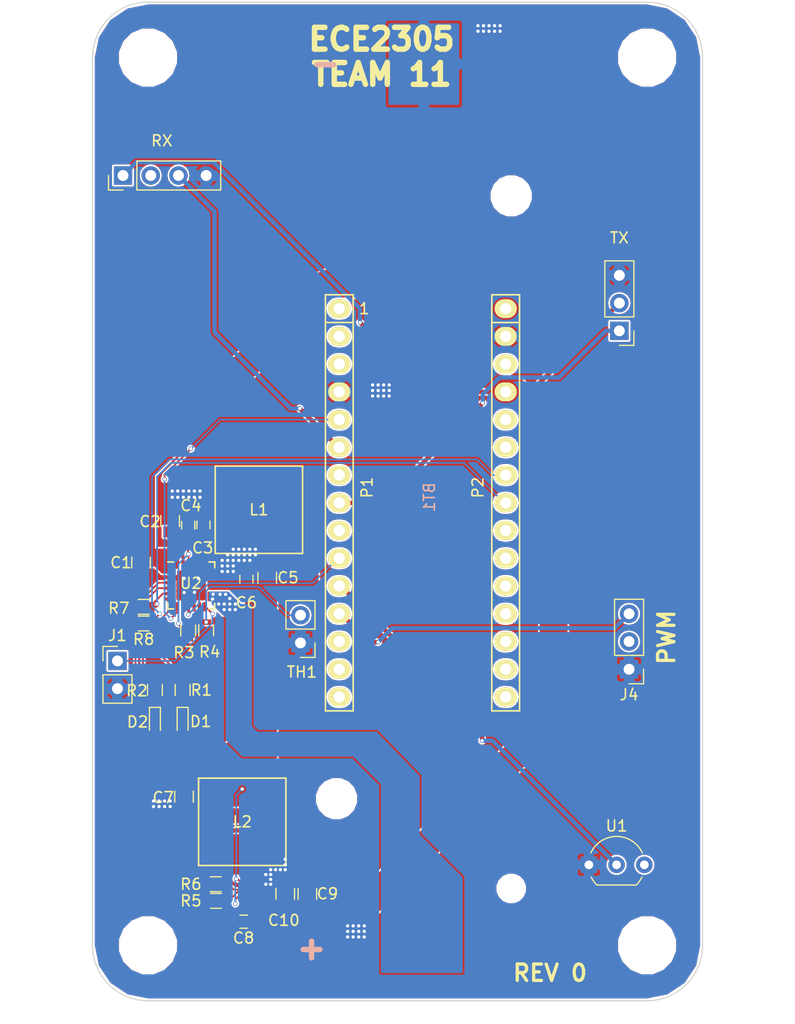
<source format=kicad_pcb>
(kicad_pcb (version 4) (host pcbnew 4.0.6)
  (title_block (date "jeu. 02 avril 2015"))
  (layers (0 F.Cu signal) (31 B.Cu signal) (34 B.Paste user) (35 F.Paste user) (36 B.SilkS user) (37 F.SilkS user) (38 B.Mask user) (39 F.Mask user) (44 Edge.Cuts user))
  (net 0 "")
  (net 1 "/1(Tx)")
  (net 2 "/0(Rx)")
  (net 3 /Reset)
  (net 4 GND)
  (net 5 /2)
  (net 6 "/3(**)")
  (net 7 /4)
  (net 8 "/5(**)")
  (net 9 "/6(**)")
  (net 10 /7)
  (net 11 /8)
  (net 12 "/9(**)")
  (net 13 "/10(**/SS)")
  (net 14 /Vin)
  (net 15 +5V)
  (net 16 /A7)
  (net 17 /A6)
  (net 18 /A5)
  (net 19 /A4)
  (net 20 /A3)
  (net 21 /A2)
  (net 22 /A1)
  (net 23 /A0)
  (net 24 /AREF)
  (net 25 "/13(SCK)")
  (net 26 +3V3)
  (net 27 "/11(**/MOSI)")
  (net 28 "/12(MISO)")
  (net 29 /Charge/BAT)
  (net 30 "Net-(C2-Pad2)")
  (net 31 "Net-(C3-Pad2)")
  (net 32 "Net-(C3-Pad1)")
  (net 33 "Net-(C4-Pad2)")
  (net 34 /Charge/SYS)
  (net 35 "Net-(C8-Pad2)")
  (net 36 "Net-(C8-Pad1)")
  (net 37 "Net-(D1-Pad1)")
  (net 38 "Net-(D2-Pad1)")
  (net 39 /Wake)
  (net 40 "Net-(R1-Pad1)")
  (net 41 "Net-(R2-Pad1)")
  (net 42 "Net-(R3-Pad1)")
  (net 43 "Net-(R5-Pad2)")
  (net 44 "Net-(J4-Pad2)")
  (module Wire_Pads:SolderWirePad_single_SMD_5x10mm (layer F.Cu) (at 121.92 48.26)
    (fp_text reference REF** hide)
    (fp_text value SolderWirePad_single_SMD_5x10mm)
    (pad "" np_thru_hole circle (at 0 0) (size 5 5) (drill 5) (layers *.Cu *.SilkS))
  )
  (module Wire_Pads:SolderWirePad_single_SMD_5x10mm (layer F.Cu) (at 167.64 48.26)
    (fp_text reference REF** hide)
    (fp_text value SolderWirePad_single_SMD_5x10mm)
    (pad "" np_thru_hole circle (at 0 0) (size 5 5) (drill 5) (layers *.Cu *.SilkS))
  )
  (module Wire_Pads:SolderWirePad_single_SMD_5x10mm (layer F.Cu) (at 167.64 129.54)
    (fp_text reference REF** hide)
    (fp_text value SolderWirePad_single_SMD_5x10mm)
    (pad "" np_thru_hole circle (at 0 0) (size 5 5) (drill 5) (layers *.Cu *.Mask))
  )
  (module 18650_SMD:18650_SMD (layer B.Cu) (at 147.193 88.519 270)
    (fp_text reference BT1 (at 0 -0.5 270) (layer B.SilkS) (effects (justify mirror)))
    (fp_text value 18650)
    (pad 2 smd rect (at -39.67 0 270) (size 7.46 6.47) (layers B.Cu B.Paste B.Mask) (net 4 GND))
    (pad 1 smd rect (at 39.67 0 270) (size 7.46 6.47) (layers B.Cu B.Paste B.Mask) (net 29 /Charge/BAT))
    (pad "" np_thru_hole circle (at 35.82 -8 270) (size 2.39 2.39) (drill 2.39) (layers *.Cu *.Mask))
    (pad "" np_thru_hole circle (at -27.6 -8 270) (size 3.45 3.45) (drill 3.45) (layers *.Cu *.Mask))
    (pad "" np_thru_hole circle (at 27.6 8 270) (size 3.45 3.45) (drill 3.45) (layers *.Cu *.Mask))
  )
  (module Socket_Arduino_Nano:Socket_Strip_Arduino_1x15 (layer F.Cu) (at 139.446 71.247 270)
    (fp_text reference P1 (at 16.383 -2.54 270) (layer F.SilkS))
    (fp_text value Digital)
    (pad 1 thru_hole oval (at 0 0 270) (size 1.7272 2.032) (drill 1.016) (layers *.Cu *.Mask F.SilkS) (net 1 "/1(Tx)"))
    (pad 2 thru_hole oval (at 2.54 0 270) (size 1.7272 2.032) (drill 1.016) (layers *.Cu *.Mask F.SilkS) (net 2 "/0(Rx)"))
    (pad 3 thru_hole oval (at 5.08 0 270) (size 1.7272 2.032) (drill 1.016) (layers *.Cu *.Mask F.SilkS) (net 3 /Reset))
    (pad 4 thru_hole oval (at 7.62 0 270) (size 1.7272 2.032) (drill 1.016) (layers *.Cu *.Mask F.SilkS) (net 4 GND))
    (pad 5 thru_hole oval (at 10.16 0 270) (size 1.7272 2.032) (drill 1.016) (layers *.Cu *.Mask F.SilkS) (net 5 /2))
    (pad 6 thru_hole oval (at 12.7 0 270) (size 1.7272 2.032) (drill 1.016) (layers *.Cu *.Mask F.SilkS) (net 6 "/3(**)"))
    (pad 7 thru_hole oval (at 15.24 0 270) (size 1.7272 2.032) (drill 1.016) (layers *.Cu *.Mask F.SilkS) (net 7 /4))
    (pad 8 thru_hole oval (at 17.78 0 270) (size 1.7272 2.032) (drill 1.016) (layers *.Cu *.Mask F.SilkS) (net 8 "/5(**)"))
    (pad 9 thru_hole oval (at 20.32 0 270) (size 1.7272 2.032) (drill 1.016) (layers *.Cu *.Mask F.SilkS) (net 9 "/6(**)"))
    (pad 10 thru_hole oval (at 22.86 0 270) (size 1.7272 2.032) (drill 1.016) (layers *.Cu *.Mask F.SilkS) (net 10 /7))
    (pad 11 thru_hole oval (at 25.4 0 270) (size 1.7272 2.032) (drill 1.016) (layers *.Cu *.Mask F.SilkS) (net 11 /8))
    (pad 12 thru_hole oval (at 27.94 0 270) (size 1.7272 2.032) (drill 1.016) (layers *.Cu *.Mask F.SilkS) (net 12 "/9(**)"))
    (pad 13 thru_hole oval (at 30.48 0 270) (size 1.7272 2.032) (drill 1.016) (layers *.Cu *.Mask F.SilkS) (net 13 "/10(**/SS)"))
    (pad 14 thru_hole oval (at 33.02 0 270) (size 1.7272 2.032) (drill 1.016) (layers *.Cu *.Mask F.SilkS) (net 27 "/11(**/MOSI)"))
    (pad 15 thru_hole oval (at 35.56 0 270) (size 1.7272 2.032) (drill 1.016) (layers *.Cu *.Mask F.SilkS) (net 28 "/12(MISO)"))
  )
  (module Socket_Arduino_Nano:Socket_Strip_Arduino_1x15 (layer F.Cu) (at 154.686 71.247 270)
    (fp_text reference P2 (at 16.383 2.54 270) (layer F.SilkS))
    (fp_text value Analog)
    (pad 1 thru_hole oval (at 0 0 270) (size 1.7272 2.032) (drill 1.016) (layers *.Cu *.Mask F.SilkS) (net 14 /Vin))
    (pad 2 thru_hole oval (at 2.54 0 270) (size 1.7272 2.032) (drill 1.016) (layers *.Cu *.Mask F.SilkS) (net 4 GND))
    (pad 3 thru_hole oval (at 5.08 0 270) (size 1.7272 2.032) (drill 1.016) (layers *.Cu *.Mask F.SilkS) (net 3 /Reset))
    (pad 4 thru_hole oval (at 7.62 0 270) (size 1.7272 2.032) (drill 1.016) (layers *.Cu *.Mask F.SilkS) (net 15 +5V))
    (pad 5 thru_hole oval (at 10.16 0 270) (size 1.7272 2.032) (drill 1.016) (layers *.Cu *.Mask F.SilkS) (net 16 /A7))
    (pad 6 thru_hole oval (at 12.7 0 270) (size 1.7272 2.032) (drill 1.016) (layers *.Cu *.Mask F.SilkS) (net 17 /A6))
    (pad 7 thru_hole oval (at 15.24 0 270) (size 1.7272 2.032) (drill 1.016) (layers *.Cu *.Mask F.SilkS) (net 18 /A5))
    (pad 8 thru_hole oval (at 17.78 0 270) (size 1.7272 2.032) (drill 1.016) (layers *.Cu *.Mask F.SilkS) (net 19 /A4))
    (pad 9 thru_hole oval (at 20.32 0 270) (size 1.7272 2.032) (drill 1.016) (layers *.Cu *.Mask F.SilkS) (net 20 /A3))
    (pad 10 thru_hole oval (at 22.86 0 270) (size 1.7272 2.032) (drill 1.016) (layers *.Cu *.Mask F.SilkS) (net 21 /A2))
    (pad 11 thru_hole oval (at 25.4 0 270) (size 1.7272 2.032) (drill 1.016) (layers *.Cu *.Mask F.SilkS) (net 22 /A1))
    (pad 12 thru_hole oval (at 27.94 0 270) (size 1.7272 2.032) (drill 1.016) (layers *.Cu *.Mask F.SilkS) (net 23 /A0))
    (pad 13 thru_hole oval (at 30.48 0 270) (size 1.7272 2.032) (drill 1.016) (layers *.Cu *.Mask F.SilkS) (net 24 /AREF))
    (pad 14 thru_hole oval (at 33.02 0 270) (size 1.7272 2.032) (drill 1.016) (layers *.Cu *.Mask F.SilkS) (net 26 +3V3))
    (pad 15 thru_hole oval (at 35.56 0 270) (size 1.7272 2.032) (drill 1.016) (layers *.Cu *.Mask F.SilkS) (net 25 "/13(SCK)"))
  )
  (module Capacitors_SMD:C_0805 (layer F.Cu) (at 121.285 94.504 90)
    (fp_text reference C1 (at 0 -1.8415 180) (layer F.SilkS))
    (fp_text value 10uF)
    (pad 1 smd rect (at -1 0 90) (size 1 1.25) (layers F.Cu F.Paste F.Mask) (net 4 GND))
    (pad 2 smd rect (at 1 0 90) (size 1 1.25) (layers F.Cu F.Paste F.Mask) (net 14 /Vin))
  )
  (module Capacitors_SMD:C_0805 (layer F.Cu) (at 123.952 90.694 270)
    (fp_text reference C2 (at 0.0475 1.8415 360) (layer F.SilkS))
    (fp_text value 10uF)
    (pad 1 smd rect (at -1 0 270) (size 1 1.25) (layers F.Cu F.Paste F.Mask) (net 4 GND))
    (pad 2 smd rect (at 1 0 270) (size 1 1.25) (layers F.Cu F.Paste F.Mask) (net 30 "Net-(C2-Pad2)"))
  )
  (module Capacitors_SMD:C_0603 (layer F.Cu) (at 127 91.047 270)
    (fp_text reference C3 (at 2.1075 0.0635 360) (layer F.SilkS))
    (fp_text value 47nF)
    (pad 2 smd rect (at 0.75 0 270) (size 0.8 0.75) (layers F.Cu F.Paste F.Mask) (net 31 "Net-(C3-Pad2)"))
    (pad 1 smd rect (at -0.75 0 270) (size 0.8 0.75) (layers F.Cu F.Paste F.Mask) (net 32 "Net-(C3-Pad1)"))
  )
  (module Capacitors_SMD:C_0603 (layer F.Cu) (at 125.603 91.071 270)
    (fp_text reference C4 (at -1.79 -0.254 360) (layer F.SilkS))
    (fp_text value 4.7uF)
    (pad 2 smd rect (at 0.75 0 270) (size 0.8 0.75) (layers F.Cu F.Paste F.Mask) (net 33 "Net-(C4-Pad2)"))
    (pad 1 smd rect (at -0.75 0 270) (size 0.8 0.75) (layers F.Cu F.Paste F.Mask) (net 4 GND))
  )
  (module Capacitors_SMD:C_0805 (layer F.Cu) (at 132.842 95.885 270)
    (fp_text reference C5 (at 0 -1.905 360) (layer F.SilkS))
    (fp_text value 10uF)
    (pad 1 smd rect (at -1 0 270) (size 1 1.25) (layers F.Cu F.Paste F.Mask) (net 4 GND))
    (pad 2 smd rect (at 1 0 270) (size 1 1.25) (layers F.Cu F.Paste F.Mask) (net 34 /Charge/SYS))
  )
  (module Capacitors_SMD:C_0603 (layer F.Cu) (at 130.937 96.012 270)
    (fp_text reference C6 (at 2.159 0 360) (layer F.SilkS))
    (fp_text value 1uF)
    (pad 2 smd rect (at 0.75 0 270) (size 0.8 0.75) (layers F.Cu F.Paste F.Mask) (net 34 /Charge/SYS))
    (pad 1 smd rect (at -0.75 0 270) (size 0.8 0.75) (layers F.Cu F.Paste F.Mask) (net 4 GND))
  )
  (module Capacitors_SMD:C_0805 (layer F.Cu) (at 125.222 115.935 270)
    (fp_text reference C7 (at 0.0795 1.905 360) (layer F.SilkS))
    (fp_text value 10uF)
    (pad 1 smd rect (at -1 0 270) (size 1 1.25) (layers F.Cu F.Paste F.Mask) (net 34 /Charge/SYS))
    (pad 2 smd rect (at 1 0 270) (size 1 1.25) (layers F.Cu F.Paste F.Mask) (net 4 GND))
  )
  (module Capacitors_SMD:C_0603 (layer F.Cu) (at 130.683 127.381 180)
    (fp_text reference C8 (at 0 -1.5 180) (layer F.SilkS))
    (fp_text value 10nF)
    (pad 2 smd rect (at 0.75 0 180) (size 0.8 0.75) (layers F.Cu F.Paste F.Mask) (net 35 "Net-(C8-Pad2)"))
    (pad 1 smd rect (at -0.75 0 180) (size 0.8 0.75) (layers F.Cu F.Paste F.Mask) (net 36 "Net-(C8-Pad1)"))
  )
  (module Capacitors_SMD:C_0805 (layer F.Cu) (at 136.525 124.825 90)
    (fp_text reference C9 (at 0 1.8415 180) (layer F.SilkS))
    (fp_text value 22uF)
    (pad 1 smd rect (at -1 0 90) (size 1 1.25) (layers F.Cu F.Paste F.Mask) (net 15 +5V))
    (pad 2 smd rect (at 1 0 90) (size 1 1.25) (layers F.Cu F.Paste F.Mask) (net 4 GND))
  )
  (module Capacitors_SMD:C_0805 (layer F.Cu) (at 134.493 124.825 90)
    (fp_text reference C10 (at -2.429 -0.127 180) (layer F.SilkS))
    (fp_text value 22uF)
    (pad 1 smd rect (at -1 0 90) (size 1 1.25) (layers F.Cu F.Paste F.Mask) (net 15 +5V))
    (pad 2 smd rect (at 1 0 90) (size 1 1.25) (layers F.Cu F.Paste F.Mask) (net 4 GND))
  )
  (module LEDs:LED_0603 (layer F.Cu) (at 125.095 109.055 270)
    (fp_text reference D1 (at 0 -1.651 360) (layer F.SilkS))
    (fp_text value LED)
    (pad 2 smd rect (at 0.8 0 90) (size 0.8 0.8) (layers F.Cu F.Paste F.Mask) (net 34 /Charge/SYS))
    (pad 1 smd rect (at -0.8 0 90) (size 0.8 0.8) (layers F.Cu F.Paste F.Mask) (net 37 "Net-(D1-Pad1)"))
  )
  (module LEDs:LED_0603 (layer F.Cu) (at 122.555 109.055 270)
    (fp_text reference D2 (at 0.038 1.5875 360) (layer F.SilkS))
    (fp_text value LED)
    (pad 2 smd rect (at 0.8 0 90) (size 0.8 0.8) (layers F.Cu F.Paste F.Mask) (net 34 /Charge/SYS))
    (pad 1 smd rect (at -0.8 0 90) (size 0.8 0.8) (layers F.Cu F.Paste F.Mask) (net 38 "Net-(D2-Pad1)"))
  )
  (module Pin_Headers:Pin_Header_Straight_1x02_Pitch2.54mm (layer F.Cu) (at 119.126 103.505)
    (fp_text reference J1 (at 0 -2.33) (layer F.SilkS))
    (fp_text value CONN_01X02)
    (pad 1 thru_hole rect (at 0 0) (size 1.7 1.7) (drill 1) (layers *.Cu *.Mask) (net 39 /Wake))
    (pad 2 thru_hole oval (at 0 2.54) (size 1.7 1.7) (drill 1) (layers *.Cu *.Mask) (net 4 GND))
  )
  (module Pin_Headers:Pin_Header_Straight_1x04_Pitch2.54mm (layer F.Cu) (at 119.634 59.055 90)
    (fp_text reference RX (at 3.175 3.556 180) (layer F.SilkS))
    (fp_text value CONN_01X04)
    (pad 1 thru_hole rect (at 0 0 90) (size 1.7 1.7) (drill 1) (layers *.Cu *.Mask) (net 15 +5V))
    (pad 2 thru_hole oval (at 0 2.54 90) (size 1.7 1.7) (drill 1) (layers *.Cu *.Mask) (net 6 "/3(**)"))
    (pad 3 thru_hole oval (at 0 5.08 90) (size 1.7 1.7) (drill 1) (layers *.Cu *.Mask) (net 6 "/3(**)"))
    (pad 4 thru_hole oval (at 0 7.62 90) (size 1.7 1.7) (drill 1) (layers *.Cu *.Mask) (net 4 GND))
  )
  (module Pin_Headers:Pin_Header_Straight_1x03_Pitch2.54mm (layer F.Cu) (at 165.1 73.279 180)
    (fp_text reference TX (at 0 8.509 180) (layer F.SilkS))
    (fp_text value CONN_01X03)
    (pad 1 thru_hole rect (at 0 0 180) (size 1.7 1.7) (drill 1) (layers *.Cu *.Mask) (net 8 "/5(**)"))
    (pad 2 thru_hole oval (at 0 2.54 180) (size 1.7 1.7) (drill 1) (layers *.Cu *.Mask) (net 15 +5V))
    (pad 3 thru_hole oval (at 0 5.08 180) (size 1.7 1.7) (drill 1) (layers *.Cu *.Mask) (net 4 GND))
  )
  (module EATON_Inductors:DR73 (layer F.Cu) (at 132.08 89.662 180)
    (fp_text reference L1 (at 0 0 180) (layer F.SilkS))
    (fp_text value 1uH)
    (pad 2 smd rect (at -3 0 180) (size 2.5 3.25) (layers F.Cu F.Paste F.Mask) (net 34 /Charge/SYS))
    (pad 1 smd rect (at 3 0 180) (size 2.5 3.25) (layers F.Cu F.Paste F.Mask) (net 32 "Net-(C3-Pad1)"))
  )
  (module EATON_Inductors:DR73 (layer F.Cu) (at 130.556 118.237 90)
    (fp_text reference L2 (at 0 0 180) (layer F.SilkS))
    (fp_text value 1uH)
    (pad 2 smd rect (at -3 0 90) (size 2.5 3.25) (layers F.Cu F.Paste F.Mask) (net 36 "Net-(C8-Pad1)"))
    (pad 1 smd rect (at 3 0 90) (size 2.5 3.25) (layers F.Cu F.Paste F.Mask) (net 34 /Charge/SYS))
  )
  (module Resistors_SMD:R_0603 (layer F.Cu) (at 125.095 106.16 270)
    (fp_text reference R1 (at 0.012 -1.7145 360) (layer F.SilkS))
    (fp_text value 2.2k)
    (pad 1 smd rect (at -0.75 0 270) (size 0.5 0.9) (layers F.Cu F.Paste F.Mask) (net 40 "Net-(R1-Pad1)"))
    (pad 2 smd rect (at 0.75 0 270) (size 0.5 0.9) (layers F.Cu F.Paste F.Mask) (net 37 "Net-(D1-Pad1)"))
  )
  (module Resistors_SMD:R_0603 (layer F.Cu) (at 122.555 106.16 270)
    (fp_text reference R2 (at 0.0755 1.651 360) (layer F.SilkS))
    (fp_text value 2.2k)
    (pad 1 smd rect (at -0.75 0 270) (size 0.5 0.9) (layers F.Cu F.Paste F.Mask) (net 41 "Net-(R2-Pad1)"))
    (pad 2 smd rect (at 0.75 0 270) (size 0.5 0.9) (layers F.Cu F.Paste F.Mask) (net 38 "Net-(D2-Pad1)"))
  )
  (module Resistors_SMD:R_0603 (layer F.Cu) (at 125.603 100.723 270)
    (fp_text reference R3 (at 2.02 0.381 360) (layer F.SilkS))
    (fp_text value 5.23k)
    (pad 1 smd rect (at -0.75 0 270) (size 0.5 0.9) (layers F.Cu F.Paste F.Mask) (net 42 "Net-(R3-Pad1)"))
    (pad 2 smd rect (at 0.75 0 270) (size 0.5 0.9) (layers F.Cu F.Paste F.Mask) (net 33 "Net-(C4-Pad2)"))
  )
  (module Resistors_SMD:R_0603 (layer F.Cu) (at 127.254 100.699 90)
    (fp_text reference R4 (at -1.9805 0.3175 180) (layer F.SilkS))
    (fp_text value 30.1k)
    (pad 1 smd rect (at -0.75 0 90) (size 0.5 0.9) (layers F.Cu F.Paste F.Mask) (net 4 GND))
    (pad 2 smd rect (at 0.75 0 90) (size 0.5 0.9) (layers F.Cu F.Paste F.Mask) (net 42 "Net-(R3-Pad1)"))
  )
  (module Resistors_SMD:R_0603 (layer F.Cu) (at 128.155 125.476)
    (fp_text reference R5 (at -2.298 0) (layer F.SilkS))
    (fp_text value 316k)
    (pad 1 smd rect (at -0.75 0) (size 0.5 0.9) (layers F.Cu F.Paste F.Mask) (net 15 +5V))
    (pad 2 smd rect (at 0.75 0) (size 0.5 0.9) (layers F.Cu F.Paste F.Mask) (net 43 "Net-(R5-Pad2)"))
  )
  (module Resistors_SMD:R_0603 (layer F.Cu) (at 128.131 123.952 180)
    (fp_text reference R6 (at 2.274 0 180) (layer F.SilkS))
    (fp_text value 100k)
    (pad 1 smd rect (at -0.75 0 180) (size 0.5 0.9) (layers F.Cu F.Paste F.Mask) (net 43 "Net-(R5-Pad2)"))
    (pad 2 smd rect (at 0.75 0 180) (size 0.5 0.9) (layers F.Cu F.Paste F.Mask) (net 4 GND))
  )
  (module Resistors_SMD:R_0603 (layer F.Cu) (at 121.527 98.552 180)
    (fp_text reference R7 (at 2.274 -0.127 180) (layer F.SilkS))
    (fp_text value 10k)
    (pad 1 smd rect (at -0.75 0 180) (size 0.5 0.9) (layers F.Cu F.Paste F.Mask) (net 19 /A4))
    (pad 2 smd rect (at 0.75 0 180) (size 0.5 0.9) (layers F.Cu F.Paste F.Mask) (net 15 +5V))
  )
  (module Resistors_SMD:R_0603 (layer F.Cu) (at 121.527 100.076 180)
    (fp_text reference R8 (at 0 -1.45 180) (layer F.SilkS))
    (fp_text value 10k)
    (pad 1 smd rect (at -0.75 0 180) (size 0.5 0.9) (layers F.Cu F.Paste F.Mask) (net 18 /A5))
    (pad 2 smd rect (at 0.75 0 180) (size 0.5 0.9) (layers F.Cu F.Paste F.Mask) (net 15 +5V))
  )
  (module Pin_Headers:Pin_Header_Straight_1x02_Pitch2.54mm (layer F.Cu) (at 135.89 101.854 180)
    (fp_text reference TH1 (at -0.127 -2.667 180) (layer F.SilkS))
    (fp_text value 10k)
    (pad 1 thru_hole rect (at 0 0 180) (size 1.7 1.7) (drill 1) (layers *.Cu *.Mask) (net 4 GND))
    (pad 2 thru_hole oval (at 0 2.54 180) (size 1.7 1.7) (drill 1) (layers *.Cu *.Mask) (net 42 "Net-(R3-Pad1)"))
  )
  (module TO_SOT_Packages_THT:TO-92_Inline_Wide (layer F.Cu) (at 162.306 122.174)
    (fp_text reference U1 (at 2.54 -3.56 180) (layer F.SilkS))
    (fp_text value MAX31820PAR)
    (pad 2 thru_hole circle (at 2.54 0 90) (size 1.52 1.52) (drill 0.8) (layers *.Cu *.Mask) (net 11 /8))
    (pad 3 thru_hole circle (at 5.08 0 90) (size 1.52 1.52) (drill 0.8) (layers *.Cu *.Mask))
    (pad 1 thru_hole rect (at 0 0 90) (size 1.52 1.52) (drill 0.8) (layers *.Cu *.Mask) (net 4 GND))
  )
  (module Housings_DFN_QFN:QFN-24-1EP_4x4mm_Pitch0.5mm (layer F.Cu) (at 125.884714 96.593)
    (fp_text reference U2 (at -0.027714 -0.2) (layer F.SilkS))
    (fp_text value bq25601)
    (pad 1 smd rect (at -1.95 -1.25) (size 0.85 0.3) (layers F.Cu F.Paste F.Mask) (net 14 /Vin))
    (pad 2 smd rect (at -1.95 -0.75) (size 0.85 0.3) (layers F.Cu F.Paste F.Mask) (net 4 GND))
    (pad 3 smd rect (at -1.95 -0.25) (size 0.85 0.3) (layers F.Cu F.Paste F.Mask) (net 41 "Net-(R2-Pad1)"))
    (pad 4 smd rect (at -1.95 0.25) (size 0.85 0.3) (layers F.Cu F.Paste F.Mask) (net 40 "Net-(R1-Pad1)"))
    (pad 5 smd rect (at -1.95 0.75) (size 0.85 0.3) (layers F.Cu F.Paste F.Mask) (net 19 /A4))
    (pad 6 smd rect (at -1.95 1.25) (size 0.85 0.3) (layers F.Cu F.Paste F.Mask) (net 18 /A5))
    (pad 7 smd rect (at -1.25 1.95 90) (size 0.85 0.3) (layers F.Cu F.Paste F.Mask) (net 5 /2))
    (pad 8 smd rect (at -0.75 1.95 90) (size 0.85 0.3) (layers F.Cu F.Paste F.Mask))
    (pad 9 smd rect (at -0.25 1.95 90) (size 0.85 0.3) (layers F.Cu F.Paste F.Mask) (net 10 /7))
    (pad 10 smd rect (at 0.25 1.95 90) (size 0.85 0.3) (layers F.Cu F.Paste F.Mask))
    (pad 11 smd rect (at 0.75 1.95 90) (size 0.85 0.3) (layers F.Cu F.Paste F.Mask) (net 42 "Net-(R3-Pad1)"))
    (pad 12 smd rect (at 1.25 1.95 90) (size 0.85 0.3) (layers F.Cu F.Paste F.Mask) (net 39 /Wake))
    (pad 13 smd rect (at 1.95 1.25) (size 0.85 0.3) (layers F.Cu F.Paste F.Mask) (net 29 /Charge/BAT))
    (pad 14 smd rect (at 1.95 0.75) (size 0.85 0.3) (layers F.Cu F.Paste F.Mask) (net 29 /Charge/BAT))
    (pad 15 smd rect (at 1.95 0.25) (size 0.85 0.3) (layers F.Cu F.Paste F.Mask) (net 34 /Charge/SYS))
    (pad 16 smd rect (at 1.95 -0.25) (size 0.85 0.3) (layers F.Cu F.Paste F.Mask) (net 34 /Charge/SYS))
    (pad 17 smd rect (at 1.95 -0.75) (size 0.85 0.3) (layers F.Cu F.Paste F.Mask) (net 4 GND))
    (pad 18 smd rect (at 1.95 -1.25) (size 0.85 0.3) (layers F.Cu F.Paste F.Mask) (net 4 GND))
    (pad 19 smd rect (at 1.25 -1.95 90) (size 0.85 0.3) (layers F.Cu F.Paste F.Mask) (net 32 "Net-(C3-Pad1)"))
    (pad 20 smd rect (at 0.75 -1.95 90) (size 0.85 0.3) (layers F.Cu F.Paste F.Mask) (net 32 "Net-(C3-Pad1)"))
    (pad 21 smd rect (at 0.25 -1.95 90) (size 0.85 0.3) (layers F.Cu F.Paste F.Mask) (net 31 "Net-(C3-Pad2)"))
    (pad 22 smd rect (at -0.25 -1.95 90) (size 0.85 0.3) (layers F.Cu F.Paste F.Mask) (net 33 "Net-(C4-Pad2)"))
    (pad 23 smd rect (at -0.75 -1.95 90) (size 0.85 0.3) (layers F.Cu F.Paste F.Mask) (net 30 "Net-(C2-Pad2)"))
    (pad 24 smd rect (at -1.25 -1.95 90) (size 0.85 0.3) (layers F.Cu F.Paste F.Mask) (net 14 /Vin))
    (pad 25 smd rect (at 0.65 0.65) (size 1.3 1.3) (layers F.Cu F.Paste F.Mask) (net 4 GND))
    (pad 25 smd rect (at 0.65 -0.65) (size 1.3 1.3) (layers F.Cu F.Paste F.Mask) (net 4 GND))
    (pad 25 smd rect (at -0.65 0.65) (size 1.3 1.3) (layers F.Cu F.Paste F.Mask) (net 4 GND))
    (pad 25 smd rect (at -0.65 -0.65) (size 1.3 1.3) (layers F.Cu F.Paste F.Mask) (net 4 GND))
  )
  (module "VQFN:VQFN(7)(2x2mm)" (layer F.Cu) (at 131.684 124.702 90)
    (fp_text reference U3 hide)
    (fp_text value tps61230A)
    (pad 4 smd rect (at 0.75 -0.9 90) (size 0.25 0.6) (layers F.Cu F.Paste F.Mask) (net 34 /Charge/SYS))
    (pad 7 smd rect (at -0.6 0.54 90) (size 1.2 0.3) (layers F.Cu F.Paste F.Mask) (net 15 +5V))
    (pad 2 smd rect (at -0.25 -0.9 90) (size 0.25 0.6) (layers F.Cu F.Paste F.Mask) (net 34 /Charge/SYS))
    (pad 3 smd rect (at 0.25 -0.9 90) (size 0.25 0.6) (layers F.Cu F.Paste F.Mask) (net 43 "Net-(R5-Pad2)"))
    (pad 1 smd rect (at -0.75 -0.9 90) (size 0.25 0.6) (layers F.Cu F.Paste F.Mask) (net 35 "Net-(C8-Pad2)"))
    (pad 5 smd rect (at 0 0.015 90) (size 2.4 0.25) (layers F.Cu F.Paste F.Mask) (net 36 "Net-(C8-Pad1)"))
    (pad 6 smd rect (at 0.75 0.54 90) (size 0.9 0.3) (layers F.Cu F.Paste F.Mask) (net 4 GND))
  )
  (module Wire_Pads:SolderWirePad_single_SMD_5x10mm (layer F.Cu) (at 121.92 129.54)
    (fp_text reference REF** hide)
    (fp_text value SolderWirePad_single_SMD_5x10mm)
    (pad "" np_thru_hole circle (at 0 0) (size 5 5) (drill 5) (layers *.Cu *.Mask))
  )
  (module Pin_Headers:Pin_Header_Straight_1x03_Pitch2.54mm (layer F.Cu) (at 165.989 104.267 180)
    (fp_text reference J4 (at 0 -2.33 180) (layer F.SilkS))
    (fp_text value CONN_01X03)
    (pad 1 thru_hole rect (at 0 0 180) (size 1.7 1.7) (drill 1) (layers *.Cu *.Mask) (net 4 GND))
    (pad 2 thru_hole oval (at 0 2.54 180) (size 1.7 1.7) (drill 1) (layers *.Cu *.Mask) (net 44 "Net-(J4-Pad2)"))
    (pad 3 thru_hole oval (at 0 5.08 180) (size 1.7 1.7) (drill 1) (layers *.Cu *.Mask) (net 12 "/9(**)"))
  )
  (gr_text PWM (at 169.418 101.346 90) (layer F.SilkS) (effects (font (size 1.5 1.5) (thickness 0.3))))
  (gr_text - (at 138.176 48.768) (layer B.SilkS) (effects (font (size 2 2) (thickness 0.5)) (justify mirror)))
  (gr_text + (at 136.906 129.794) (layer B.SilkS) (effects (font (size 2 2) (thickness 0.5)) (justify mirror)))
  (gr_text "REV 0" (at 158.75 132.08) (layer F.SilkS) (effects (font (size 1.5 1.5) (thickness 0.3))))
  (gr_text "ECE2305\nTEAM 11" (at 143.3195 48.1965 360) (layer F.SilkS) (effects (font (size 2 2) (thickness 0.5))))
  (gr_arc (start 167.64 48.26) (end 167.64 43.18) (angle 90) (layer Edge.Cuts) (width 0.1))
  (gr_arc (start 121.92 48.26) (end 116.84 48.26) (angle 90) (layer Edge.Cuts) (width 0.1))
  (gr_arc (start 121.92 129.54) (end 121.92 134.62) (angle 90) (layer Edge.Cuts) (width 0.1))
  (gr_arc (start 167.64 129.54) (end 172.72 129.54) (angle 90) (layer Edge.Cuts) (width 0.1))
  (gr_line (start 167.64 43.18) (end 121.92 43.18) (layer Edge.Cuts) (width 0.1))
  (gr_line (start 172.72 129.54) (end 172.72 48.26) (layer Edge.Cuts) (width 0.1))
  (gr_line (start 121.92 134.62) (end 167.64 134.62) (layer Edge.Cuts) (width 0.1))
  (gr_line (start 116.84 48.26) (end 116.84 129.54) (layer Edge.Cuts) (width 0.1))
  (gr_text 1 (at 141.732 71.247) (layer F.SilkS) (effects (font (size 1 1))))
  (segment (start 143.51 79.248) (end 144.018 79.248) (width 0.16) (layer B.Cu) (net 4))
  (via (at 144.018 79.248) (size 0.4) (drill 0.3) (layers F.Cu B.Cu) (net 4))
  (segment (start 143.002 79.248) (end 143.51 79.248) (width 0.16) (layer F.Cu) (net 4))
  (via (at 143.51 79.248) (size 0.4) (drill 0.3) (layers F.Cu B.Cu) (net 4))
  (segment (start 142.494 79.248) (end 143.002 79.248) (width 0.16) (layer B.Cu) (net 4))
  (via (at 143.002 79.248) (size 0.4) (drill 0.3) (layers F.Cu B.Cu) (net 4))
  (segment (start 142.494 78.74) (end 142.494 79.248) (width 0.16) (layer F.Cu) (net 4))
  (via (at 142.494 79.248) (size 0.4) (drill 0.3) (layers F.Cu B.Cu) (net 4))
  (segment (start 143.002 78.74) (end 142.494 78.74) (width 0.16) (layer B.Cu) (net 4))
  (via (at 142.494 78.74) (size 0.4) (drill 0.3) (layers F.Cu B.Cu) (net 4))
  (segment (start 143.51 78.74) (end 143.002 78.74) (width 0.16) (layer F.Cu) (net 4))
  (via (at 143.002 78.74) (size 0.4) (drill 0.3) (layers F.Cu B.Cu) (net 4))
  (segment (start 144.018 78.74) (end 143.51 78.74) (width 0.16) (layer B.Cu) (net 4))
  (via (at 143.51 78.74) (size 0.4) (drill 0.3) (layers F.Cu B.Cu) (net 4))
  (segment (start 144.018 78.232) (end 144.018 78.74) (width 0.16) (layer F.Cu) (net 4))
  (via (at 144.018 78.74) (size 0.4) (drill 0.3) (layers F.Cu B.Cu) (net 4))
  (segment (start 143.51 78.232) (end 144.018 78.232) (width 0.16) (layer B.Cu) (net 4))
  (via (at 144.018 78.232) (size 0.4) (drill 0.3) (layers F.Cu B.Cu) (net 4))
  (segment (start 143.002 78.232) (end 143.51 78.232) (width 0.16) (layer F.Cu) (net 4))
  (via (at 143.51 78.232) (size 0.4) (drill 0.3) (layers F.Cu B.Cu) (net 4))
  (segment (start 142.494 78.232) (end 143.002 78.232) (width 0.16) (layer B.Cu) (net 4))
  (via (at 143.002 78.232) (size 0.4) (drill 0.3) (layers F.Cu B.Cu) (net 4))
  (segment (start 139.446 78.867) (end 141.859 78.867) (width 0.16) (layer F.Cu) (net 4))
  (segment (start 141.859 78.867) (end 142.494 78.232) (width 0.16) (layer F.Cu) (net 4))
  (via (at 142.494 78.232) (size 0.4) (drill 0.3) (layers F.Cu B.Cu) (net 4))
  (segment (start 141.224 128.778) (end 141.732 128.778) (width 0.16) (layer B.Cu) (net 4))
  (via (at 141.732 128.778) (size 0.4) (drill 0.3) (layers F.Cu B.Cu) (net 4))
  (segment (start 140.716 128.778) (end 141.224 128.778) (width 0.16) (layer F.Cu) (net 4))
  (via (at 141.224 128.778) (size 0.4) (drill 0.3) (layers F.Cu B.Cu) (net 4))
  (segment (start 140.208 128.778) (end 140.716 128.778) (width 0.16) (layer B.Cu) (net 4))
  (via (at 140.716 128.778) (size 0.4) (drill 0.3) (layers F.Cu B.Cu) (net 4))
  (segment (start 140.208 128.27) (end 140.208 128.778) (width 0.16) (layer F.Cu) (net 4))
  (via (at 140.208 128.778) (size 0.4) (drill 0.3) (layers F.Cu B.Cu) (net 4))
  (segment (start 140.716 128.27) (end 140.208 128.27) (width 0.16) (layer B.Cu) (net 4))
  (via (at 140.208 128.27) (size 0.4) (drill 0.3) (layers F.Cu B.Cu) (net 4))
  (segment (start 141.224 128.27) (end 140.716 128.27) (width 0.16) (layer F.Cu) (net 4))
  (via (at 140.716 128.27) (size 0.4) (drill 0.3) (layers F.Cu B.Cu) (net 4))
  (segment (start 141.732 128.27) (end 141.224 128.27) (width 0.16) (layer F.Cu) (net 4))
  (via (at 141.224 128.27) (size 0.4) (drill 0.3) (layers F.Cu B.Cu) (net 4))
  (segment (start 141.732 127.762) (end 141.732 128.27) (width 0.16) (layer B.Cu) (net 4))
  (via (at 141.732 128.27) (size 0.4) (drill 0.3) (layers F.Cu B.Cu) (net 4))
  (segment (start 141.224 127.762) (end 141.732 127.762) (width 0.16) (layer F.Cu) (net 4))
  (via (at 141.732 127.762) (size 0.4) (drill 0.3) (layers F.Cu B.Cu) (net 4))
  (segment (start 140.716 127.762) (end 141.224 127.762) (width 0.16) (layer B.Cu) (net 4))
  (via (at 141.224 127.762) (size 0.4) (drill 0.3) (layers F.Cu B.Cu) (net 4))
  (via (at 140.716 127.762) (size 0.4) (drill 0.3) (layers F.Cu B.Cu) (net 4))
  (segment (start 140.208 127.762) (end 140.716 127.762) (width 0.16) (layer F.Cu) (net 4))
  (segment (start 134.493 122.6185) (end 135.0645 122.6185) (width 0.16) (layer B.Cu) (net 4))
  (segment (start 135.0645 122.6185) (end 140.208 127.762) (width 0.16) (layer B.Cu) (net 4))
  (via (at 140.208 127.762) (size 0.4) (drill 0.3) (layers F.Cu B.Cu) (net 4))
  (segment (start 152.146 47.291) (end 152.146 45.847) (width 0.16) (layer B.Cu) (net 4))
  (segment (start 152.146 45.847) (end 152.146 45.339) (width 0.16) (layer B.Cu) (net 4))
  (segment (start 152.654 45.847) (end 152.146 45.847) (width 0.16) (layer F.Cu) (net 4))
  (via (at 152.146 45.847) (size 0.4) (drill 0.3) (layers F.Cu B.Cu) (net 4))
  (segment (start 153.162 45.847) (end 152.654 45.847) (width 0.16) (layer B.Cu) (net 4))
  (via (at 152.654 45.847) (size 0.4) (drill 0.3) (layers F.Cu B.Cu) (net 4))
  (segment (start 153.67 45.847) (end 153.162 45.847) (width 0.16) (layer F.Cu) (net 4))
  (via (at 153.162 45.847) (size 0.4) (drill 0.3) (layers F.Cu B.Cu) (net 4))
  (segment (start 154.178 45.847) (end 153.67 45.847) (width 0.16) (layer B.Cu) (net 4))
  (via (at 153.67 45.847) (size 0.4) (drill 0.3) (layers F.Cu B.Cu) (net 4))
  (segment (start 154.178 45.339) (end 154.178 45.847) (width 0.16) (layer F.Cu) (net 4))
  (via (at 154.178 45.847) (size 0.4) (drill 0.3) (layers F.Cu B.Cu) (net 4))
  (segment (start 153.67 45.339) (end 154.178 45.339) (width 0.16) (layer B.Cu) (net 4))
  (via (at 154.178 45.339) (size 0.4) (drill 0.3) (layers F.Cu B.Cu) (net 4))
  (segment (start 153.162 45.339) (end 153.67 45.339) (width 0.16) (layer F.Cu) (net 4))
  (via (at 153.67 45.339) (size 0.4) (drill 0.3) (layers F.Cu B.Cu) (net 4))
  (segment (start 152.654 45.339) (end 153.162 45.339) (width 0.16) (layer B.Cu) (net 4))
  (via (at 153.162 45.339) (size 0.4) (drill 0.3) (layers F.Cu B.Cu) (net 4))
  (segment (start 152.146 45.339) (end 152.654 45.339) (width 0.16) (layer F.Cu) (net 4))
  (via (at 152.654 45.339) (size 0.4) (drill 0.3) (layers F.Cu B.Cu) (net 4))
  (segment (start 147.193 48.849) (end 150.588 48.849) (width 0.16) (layer B.Cu) (net 4))
  (segment (start 150.588 48.849) (end 152.146 47.291) (width 0.16) (layer B.Cu) (net 4))
  (via (at 152.146 45.339) (size 0.4) (drill 0.3) (layers F.Cu B.Cu) (net 4))
  (segment (start 134.493 122.174) (end 134.493 121.666) (width 0.16) (layer B.Cu) (net 4))
  (via (at 134.493 121.666) (size 0.4) (drill 0.3) (layers F.Cu B.Cu) (net 4))
  (segment (start 134.493 122.6185) (end 134.493 122.174) (width 0.16) (layer F.Cu) (net 4))
  (via (at 134.493 122.174) (size 0.4) (drill 0.3) (layers F.Cu B.Cu) (net 4))
  (segment (start 122.428 116.332) (end 122.428 116.84) (width 0.16) (layer B.Cu) (net 4))
  (via (at 122.428 116.84) (size 0.4) (drill 0.3) (layers F.Cu B.Cu) (net 4))
  (segment (start 122.936 116.332) (end 122.428 116.332) (width 0.16) (layer F.Cu) (net 4))
  (via (at 122.428 116.332) (size 0.4) (drill 0.3) (layers F.Cu B.Cu) (net 4))
  (segment (start 122.936 116.84) (end 122.936 116.332) (width 0.16) (layer B.Cu) (net 4))
  (via (at 122.936 116.332) (size 0.4) (drill 0.3) (layers F.Cu B.Cu) (net 4))
  (segment (start 123.444 116.84) (end 122.936 116.84) (width 0.16) (layer F.Cu) (net 4))
  (via (at 122.936 116.84) (size 0.4) (drill 0.3) (layers F.Cu B.Cu) (net 4))
  (segment (start 123.444 116.332) (end 123.444 116.84) (width 0.16) (layer B.Cu) (net 4))
  (via (at 123.444 116.84) (size 0.4) (drill 0.3) (layers F.Cu B.Cu) (net 4))
  (segment (start 123.952 116.332) (end 123.444 116.332) (width 0.16) (layer F.Cu) (net 4))
  (via (at 123.444 116.332) (size 0.4) (drill 0.3) (layers F.Cu B.Cu) (net 4))
  (segment (start 123.952 116.84) (end 123.952 116.332) (width 0.16) (layer B.Cu) (net 4))
  (via (at 123.952 116.332) (size 0.4) (drill 0.3) (layers F.Cu B.Cu) (net 4))
  (segment (start 125.222 116.935) (end 124.047 116.935) (width 0.16) (layer F.Cu) (net 4))
  (segment (start 124.047 116.935) (end 123.952 116.84) (width 0.16) (layer F.Cu) (net 4))
  (via (at 123.952 116.84) (size 0.4) (drill 0.3) (layers F.Cu B.Cu) (net 4))
  (via (at 126.180361 97.218138) (size 0.4) (drill 0.3) (layers F.Cu B.Cu) (net 4))
  (segment (start 124.1425 88.519) (end 124.1425 87.9475) (width 0.16) (layer B.Cu) (net 4))
  (via (at 124.1425 87.9475) (size 0.4) (drill 0.3) (layers F.Cu B.Cu) (net 4))
  (segment (start 124.6505 88.519) (end 124.1425 88.519) (width 0.16) (layer F.Cu) (net 4))
  (via (at 124.1425 88.519) (size 0.4) (drill 0.3) (layers F.Cu B.Cu) (net 4))
  (segment (start 124.6505 87.9475) (end 124.6505 88.519) (width 0.16) (layer B.Cu) (net 4))
  (via (at 124.6505 88.519) (size 0.4) (drill 0.3) (layers F.Cu B.Cu) (net 4))
  (segment (start 125.1585 87.9475) (end 124.6505 87.9475) (width 0.16) (layer F.Cu) (net 4))
  (via (at 124.6505 87.9475) (size 0.4) (drill 0.3) (layers F.Cu B.Cu) (net 4))
  (segment (start 125.6665 87.9475) (end 125.1585 87.9475) (width 0.16) (layer B.Cu) (net 4))
  (via (at 125.1585 87.9475) (size 0.4) (drill 0.3) (layers F.Cu B.Cu) (net 4))
  (segment (start 126.1745 87.9475) (end 125.6665 87.9475) (width 0.16) (layer F.Cu) (net 4))
  (via (at 125.6665 87.9475) (size 0.4) (drill 0.3) (layers F.Cu B.Cu) (net 4))
  (segment (start 126.6825 87.9475) (end 126.1745 87.9475) (width 0.16) (layer B.Cu) (net 4))
  (via (at 126.1745 87.9475) (size 0.4) (drill 0.3) (layers F.Cu B.Cu) (net 4))
  (segment (start 126.6825 88.519) (end 126.6825 87.9475) (width 0.16) (layer F.Cu) (net 4))
  (via (at 126.6825 87.9475) (size 0.4) (drill 0.3) (layers F.Cu B.Cu) (net 4))
  (segment (start 126.1745 88.519) (end 126.6825 88.519) (width 0.16) (layer B.Cu) (net 4))
  (via (at 126.6825 88.519) (size 0.4) (drill 0.3) (layers F.Cu B.Cu) (net 4))
  (segment (start 125.6665 88.519) (end 126.1745 88.519) (width 0.16) (layer F.Cu) (net 4))
  (via (at 126.1745 88.519) (size 0.4) (drill 0.3) (layers F.Cu B.Cu) (net 4))
  (segment (start 125.1585 88.519) (end 125.6665 88.519) (width 0.16) (layer B.Cu) (net 4))
  (via (at 125.6665 88.519) (size 0.4) (drill 0.3) (layers F.Cu B.Cu) (net 4))
  (segment (start 123.952 89.694) (end 124.077 89.694) (width 0.16) (layer F.Cu) (net 4))
  (segment (start 124.077 89.694) (end 125.1585 88.6125) (width 0.16) (layer F.Cu) (net 4))
  (segment (start 125.1585 88.6125) (end 125.1585 88.519) (width 0.16) (layer F.Cu) (net 4))
  (via (at 125.1585 88.519) (size 0.4) (drill 0.3) (layers F.Cu B.Cu) (net 4))
  (segment (start 131.7625 93.7895) (end 131.7625 93.2815) (width 0.16) (layer F.Cu) (net 4))
  (via (at 131.7625 93.2815) (size 0.4) (drill 0.3) (layers F.Cu B.Cu) (net 4))
  (segment (start 131.2545 94.2975) (end 131.7625 93.7895) (width 0.16) (layer B.Cu) (net 4))
  (via (at 131.7625 93.7895) (size 0.4) (drill 0.3) (layers F.Cu B.Cu) (net 4))
  (segment (start 131.2545 93.7895) (end 131.2545 94.2975) (width 0.16) (layer F.Cu) (net 4))
  (via (at 131.2545 94.2975) (size 0.4) (drill 0.3) (layers F.Cu B.Cu) (net 4))
  (segment (start 131.2545 93.2815) (end 131.2545 93.7895) (width 0.16) (layer B.Cu) (net 4))
  (via (at 131.2545 93.7895) (size 0.4) (drill 0.3) (layers F.Cu B.Cu) (net 4))
  (segment (start 130.7465 93.2815) (end 131.2545 93.2815) (width 0.16) (layer F.Cu) (net 4))
  (via (at 131.2545 93.2815) (size 0.4) (drill 0.3) (layers F.Cu B.Cu) (net 4))
  (segment (start 130.7465 93.7895) (end 130.7465 93.2815) (width 0.16) (layer B.Cu) (net 4))
  (via (at 130.7465 93.2815) (size 0.4) (drill 0.3) (layers F.Cu B.Cu) (net 4))
  (segment (start 130.7465 94.2975) (end 130.7465 93.7895) (width 0.16) (layer F.Cu) (net 4))
  (via (at 130.7465 93.7895) (size 0.4) (drill 0.3) (layers F.Cu B.Cu) (net 4))
  (segment (start 130.2385 94.2975) (end 130.7465 94.2975) (width 0.16) (layer B.Cu) (net 4))
  (via (at 130.7465 94.2975) (size 0.4) (drill 0.3) (layers F.Cu B.Cu) (net 4))
  (segment (start 128.7145 94.8055) (end 128.7145 94.2975) (width 0.16) (layer F.Cu) (net 4))
  (via (at 128.7145 94.2975) (size 0.4) (drill 0.3) (layers F.Cu B.Cu) (net 4))
  (segment (start 128.7145 95.3135) (end 128.7145 94.8055) (width 0.16) (layer B.Cu) (net 4))
  (via (at 128.7145 94.8055) (size 0.4) (drill 0.3) (layers F.Cu B.Cu) (net 4))
  (segment (start 129.2225 95.3135) (end 128.7145 95.3135) (width 0.16) (layer F.Cu) (net 4))
  (via (at 128.7145 95.3135) (size 0.4) (drill 0.3) (layers F.Cu B.Cu) (net 4))
  (segment (start 129.7305 95.3135) (end 129.2225 95.3135) (width 0.16) (layer B.Cu) (net 4))
  (via (at 129.2225 95.3135) (size 0.4) (drill 0.3) (layers F.Cu B.Cu) (net 4))
  (segment (start 129.7305 94.8055) (end 129.7305 95.3135) (width 0.16) (layer F.Cu) (net 4))
  (via (at 129.7305 95.3135) (size 0.4) (drill 0.3) (layers F.Cu B.Cu) (net 4))
  (segment (start 129.2225 94.8055) (end 129.7305 94.8055) (width 0.16) (layer B.Cu) (net 4))
  (via (at 129.7305 94.8055) (size 0.4) (drill 0.3) (layers F.Cu B.Cu) (net 4))
  (segment (start 129.2225 94.2975) (end 129.2225 94.8055) (width 0.16) (layer F.Cu) (net 4))
  (via (at 129.2225 94.8055) (size 0.4) (drill 0.3) (layers F.Cu B.Cu) (net 4))
  (segment (start 130.2385 94.2975) (end 129.7305 94.2975) (width 0.16) (layer B.Cu) (net 4))
  (via (at 129.7305 94.2975) (size 0.4) (drill 0.3) (layers F.Cu B.Cu) (net 4))
  (segment (start 130.2385 93.7895) (end 130.2385 94.2975) (width 0.16) (layer F.Cu) (net 4))
  (via (at 130.2385 94.2975) (size 0.4) (drill 0.3) (layers F.Cu B.Cu) (net 4))
  (segment (start 130.2385 93.2815) (end 130.2385 93.7895) (width 0.16) (layer B.Cu) (net 4))
  (via (at 130.2385 93.7895) (size 0.4) (drill 0.3) (layers F.Cu B.Cu) (net 4))
  (segment (start 129.7305 93.2815) (end 130.2385 93.2815) (width 0.16) (layer F.Cu) (net 4))
  (via (at 130.2385 93.2815) (size 0.4) (drill 0.3) (layers F.Cu B.Cu) (net 4))
  (segment (start 129.7305 93.7895) (end 129.7305 93.2815) (width 0.16) (layer B.Cu) (net 4))
  (via (at 129.7305 93.2815) (size 0.4) (drill 0.3) (layers F.Cu B.Cu) (net 4))
  (segment (start 129.2225 93.7895) (end 129.7305 93.7895) (width 0.16) (layer F.Cu) (net 4))
  (via (at 129.7305 93.7895) (size 0.4) (drill 0.3) (layers F.Cu B.Cu) (net 4))
  (segment (start 129.2225 94.2975) (end 129.2225 93.7895) (width 0.16) (layer B.Cu) (net 4))
  (via (at 129.2225 93.7895) (size 0.4) (drill 0.3) (layers F.Cu B.Cu) (net 4))
  (segment (start 130.937 95.262) (end 130.937 95.237) (width 0.16) (layer F.Cu) (net 4))
  (segment (start 130.937 95.237) (end 129.9975 94.2975) (width 0.16) (layer F.Cu) (net 4))
  (segment (start 129.9975 94.2975) (end 129.2225 94.2975) (width 0.16) (layer F.Cu) (net 4))
  (via (at 129.2225 94.2975) (size 0.4) (drill 0.3) (layers F.Cu B.Cu) (net 4))
  (segment (start 134.0485 122.6185) (end 134.493 122.6185) (width 0.16) (layer F.Cu) (net 4))
  (via (at 134.493 122.6185) (size 0.4) (drill 0.3) (layers F.Cu B.Cu) (net 4))
  (segment (start 133.604 122.6185) (end 134.0485 122.6185) (width 0.16) (layer B.Cu) (net 4))
  (via (at 134.0485 122.6185) (size 0.4) (drill 0.3) (layers F.Cu B.Cu) (net 4))
  (segment (start 133.1595 122.6185) (end 133.604 122.6185) (width 0.16) (layer F.Cu) (net 4))
  (via (at 133.604 122.6185) (size 0.4) (drill 0.3) (layers F.Cu B.Cu) (net 4))
  (segment (start 132.715 123.063) (end 133.1595 122.6185) (width 0.16) (layer B.Cu) (net 4))
  (via (at 133.1595 122.6185) (size 0.4) (drill 0.3) (layers F.Cu B.Cu) (net 4))
  (segment (start 133.1595 123.063) (end 132.715 123.063) (width 0.16) (layer F.Cu) (net 4))
  (via (at 132.715 123.063) (size 0.4) (drill 0.3) (layers F.Cu B.Cu) (net 4))
  (segment (start 133.1595 123.5075) (end 133.1595 123.063) (width 0.16) (layer B.Cu) (net 4))
  (via (at 133.1595 123.063) (size 0.4) (drill 0.3) (layers F.Cu B.Cu) (net 4))
  (segment (start 133.1595 123.952) (end 133.1595 123.5075) (width 0.16) (layer F.Cu) (net 4))
  (via (at 133.1595 123.5075) (size 0.4) (drill 0.3) (layers F.Cu B.Cu) (net 4))
  (segment (start 132.715 123.952) (end 133.1595 123.952) (width 0.16) (layer B.Cu) (net 4))
  (via (at 133.1595 123.952) (size 0.4) (drill 0.3) (layers F.Cu B.Cu) (net 4))
  (segment (start 134.493 123.825) (end 132.842 123.825) (width 0.16) (layer F.Cu) (net 4))
  (segment (start 132.842 123.825) (end 132.715 123.952) (width 0.16) (layer F.Cu) (net 4))
  (via (at 132.715 123.952) (size 0.4) (drill 0.3) (layers F.Cu B.Cu) (net 4))
  (via (at 125.234714 95.943) (size 0.4) (drill 0.3) (layers F.Cu B.Cu) (net 4))
  (via (at 126.534714 95.943) (size 0.4) (drill 0.3) (layers F.Cu B.Cu) (net 4))
  (via (at 125.234714 97.243) (size 0.4) (drill 0.3) (layers F.Cu B.Cu) (net 4))
  (segment (start 125.857 84.074) (end 128.524 81.407) (width 0.16) (layer B.Cu) (net 5))
  (segment (start 128.524 81.407) (end 139.446 81.407) (width 0.16) (layer B.Cu) (net 5))
  (segment (start 123.444 86.868) (end 123.444 86.487) (width 0.16) (layer F.Cu) (net 5))
  (segment (start 123.444 86.487) (end 125.857 84.074) (width 0.16) (layer F.Cu) (net 5))
  (via (at 125.857 84.074) (size 0.4) (drill 0.3) (layers F.Cu B.Cu) (net 5))
  (segment (start 124.0155 99.6315) (end 123.444 99.06) (width 0.16) (layer B.Cu) (net 5))
  (segment (start 123.444 99.06) (end 123.444 86.868) (width 0.16) (layer B.Cu) (net 5))
  (via (at 123.444 86.868) (size 0.4) (drill 0.3) (layers F.Cu B.Cu) (net 5))
  (segment (start 124.634714 98.543) (end 124.634714 99.012286) (width 0.16) (layer F.Cu) (net 5))
  (segment (start 124.634714 99.012286) (end 124.0155 99.6315) (width 0.16) (layer F.Cu) (net 5))
  (via (at 124.0155 99.6315) (size 0.4) (drill 0.3) (layers F.Cu B.Cu) (net 5))
  (segment (start 128.016 73.406) (end 128.016 62.357) (width 0.4) (layer B.Cu) (net 6))
  (segment (start 128.016 62.357) (end 124.714 59.055) (width 0.4) (layer B.Cu) (net 6))
  (segment (start 135.8265 80.391) (end 139.3825 83.947) (width 0.4) (layer F.Cu) (net 6))
  (segment (start 139.3825 83.947) (end 139.446 83.947) (width 0.4) (layer F.Cu) (net 6))
  (via (at 139.446 83.947) (size 0.4) (drill 0.3) (layers F.Cu B.Cu) (net 6))
  (segment (start 128.016 73.406) (end 135.001 80.391) (width 0.4) (layer B.Cu) (net 6))
  (segment (start 135.001 80.391) (end 135.8265 80.391) (width 0.4) (layer B.Cu) (net 6))
  (via (at 135.8265 80.391) (size 0.4) (drill 0.3) (layers F.Cu B.Cu) (net 6))
  (segment (start 152.5905 79.883) (end 152.5905 79.079655) (width 0.4) (layer B.Cu) (net 8))
  (segment (start 152.5905 79.079655) (end 154.119545 77.55061) (width 0.4) (layer B.Cu) (net 8))
  (segment (start 154.119545 77.55061) (end 159.57839 77.55061) (width 0.4) (layer B.Cu) (net 8))
  (segment (start 159.57839 77.55061) (end 163.85 73.279) (width 0.4) (layer B.Cu) (net 8))
  (segment (start 163.85 73.279) (end 165.1 73.279) (width 0.4) (layer B.Cu) (net 8))
  (segment (start 139.446 89.027) (end 143.4465 89.027) (width 0.4) (layer F.Cu) (net 8))
  (segment (start 143.4465 89.027) (end 152.5905 79.883) (width 0.4) (layer F.Cu) (net 8))
  (via (at 152.5905 79.883) (size 0.4) (drill 0.3) (layers F.Cu B.Cu) (net 8))
  (segment (start 139.2936 94.107) (end 139.446 94.107) (width 0.16) (layer B.Cu) (net 10))
  (segment (start 137.010111 96.390489) (end 139.2936 94.107) (width 0.16) (layer B.Cu) (net 10))
  (segment (start 127.502448 96.390489) (end 137.010111 96.390489) (width 0.16) (layer B.Cu) (net 10))
  (segment (start 126.616491 97.276447) (end 127.502448 96.390489) (width 0.16) (layer B.Cu) (net 10))
  (segment (start 126.616491 98.237009) (end 126.616491 97.276447) (width 0.16) (layer B.Cu) (net 10))
  (segment (start 125.603 99.2505) (end 126.616491 98.237009) (width 0.16) (layer B.Cu) (net 10))
  (segment (start 125.634714 98.543) (end 125.634714 99.218786) (width 0.16) (layer F.Cu) (net 10))
  (segment (start 125.634714 99.218786) (end 125.603 99.2505) (width 0.16) (layer F.Cu) (net 10))
  (via (at 125.603 99.2505) (size 0.4) (drill 0.3) (layers F.Cu B.Cu) (net 10))
  (segment (start 152.527 110.8075) (end 153.4795 110.8075) (width 0.4) (layer B.Cu) (net 11))
  (segment (start 153.4795 110.8075) (end 164.846 122.174) (width 0.4) (layer B.Cu) (net 11))
  (segment (start 139.446 96.647) (end 139.5984 96.647) (width 0.4) (layer F.Cu) (net 11))
  (segment (start 139.5984 96.647) (end 152.527 109.5756) (width 0.4) (layer F.Cu) (net 11))
  (segment (start 152.527 109.5756) (end 152.527 109.728) (width 0.4) (layer F.Cu) (net 11))
  (segment (start 152.527 109.728) (end 152.527 110.8075) (width 0.4) (layer F.Cu) (net 11))
  (via (at 152.527 110.8075) (size 0.4) (drill 0.3) (layers F.Cu B.Cu) (net 11))
  (segment (start 143.002 101.7905) (end 144.28911 100.50339) (width 0.4) (layer B.Cu) (net 12))
  (segment (start 144.28911 100.50339) (end 164.67261 100.50339) (width 0.4) (layer B.Cu) (net 12))
  (segment (start 164.67261 100.50339) (end 165.139001 100.036999) (width 0.4) (layer B.Cu) (net 12))
  (segment (start 165.139001 100.036999) (end 165.989 99.187) (width 0.4) (layer B.Cu) (net 12))
  (segment (start 139.446 99.187) (end 139.5984 99.187) (width 0.4) (layer F.Cu) (net 12))
  (segment (start 139.5984 99.187) (end 142.2019 101.7905) (width 0.4) (layer F.Cu) (net 12))
  (segment (start 142.2019 101.7905) (end 143.002 101.7905) (width 0.4) (layer F.Cu) (net 12))
  (via (at 143.002 101.7905) (size 0.4) (drill 0.3) (layers F.Cu B.Cu) (net 12))
  (segment (start 123.934714 95.343) (end 124.634714 94.643) (width 0.16) (layer F.Cu) (net 14))
  (segment (start 121.285 93.504) (end 122.405714 93.504) (width 0.16) (layer F.Cu) (net 14))
  (segment (start 122.405714 93.504) (end 123.934714 95.033) (width 0.16) (layer F.Cu) (net 14))
  (segment (start 123.934714 95.033) (end 123.934714 95.343) (width 0.16) (layer F.Cu) (net 14))
  (segment (start 121.285 93.504) (end 121.285 92.075) (width 0.16) (layer F.Cu) (net 14))
  (segment (start 121.285 93.504) (end 121.285 86.011946) (width 2.54) (layer F.Cu) (net 14))
  (segment (start 121.285 86.011946) (end 138.343556 68.95339) (width 2.54) (layer F.Cu) (net 14))
  (segment (start 138.343556 68.95339) (end 148.83639 68.95339) (width 2.54) (layer F.Cu) (net 14))
  (segment (start 148.83639 68.95339) (end 151.13 71.247) (width 2.54) (layer F.Cu) (net 14))
  (segment (start 151.13 71.247) (end 154.686 71.247) (width 2.54) (layer F.Cu) (net 14))
  (segment (start 120.777 100.076) (end 120.777 116.300667) (width 0.16) (layer F.Cu) (net 15))
  (segment (start 120.777 116.300667) (end 123.081303 118.60497) (width 0.16) (layer F.Cu) (net 15))
  (segment (start 123.081303 118.60497) (end 132.98797 118.60497) (width 0.16) (layer F.Cu) (net 15))
  (segment (start 132.98797 118.60497) (end 140.208 125.825) (width 0.16) (layer F.Cu) (net 15))
  (segment (start 136.525 125.825) (end 140.208 125.825) (width 2.54) (layer F.Cu) (net 15))
  (segment (start 140.208 125.825) (end 141.931167 125.825) (width 2.54) (layer F.Cu) (net 15))
  (segment (start 141.351 72.517) (end 141.351 71.269155) (width 0.4) (layer B.Cu) (net 15))
  (segment (start 141.351 71.269155) (end 127.926844 57.844999) (width 0.4) (layer B.Cu) (net 15))
  (segment (start 127.926844 57.844999) (end 120.844001 57.844999) (width 0.4) (layer B.Cu) (net 15))
  (segment (start 120.844001 57.844999) (end 119.634 59.055) (width 0.4) (layer B.Cu) (net 15))
  (segment (start 120.777 100.076) (end 120.777 98.552) (width 0.16) (layer F.Cu) (net 15))
  (segment (start 154.686 78.867) (end 147.701 78.867) (width 0.4) (layer F.Cu) (net 15))
  (segment (start 147.701 78.867) (end 141.351 72.517) (width 0.4) (layer F.Cu) (net 15))
  (via (at 141.351 72.517) (size 0.4) (drill 0.3) (layers F.Cu B.Cu) (net 15))
  (segment (start 154.686 78.867) (end 156.972 78.867) (width 0.4) (layer F.Cu) (net 15))
  (segment (start 156.972 78.867) (end 165.1 70.739) (width 0.4) (layer F.Cu) (net 15))
  (segment (start 141.931167 125.825) (end 159.077011 108.679156) (width 2.54) (layer F.Cu) (net 15))
  (segment (start 159.077011 108.679156) (end 159.077011 82.401957) (width 2.54) (layer F.Cu) (net 15))
  (segment (start 159.077011 82.401957) (end 155.542054 78.867) (width 2.54) (layer F.Cu) (net 15))
  (segment (start 155.542054 78.867) (end 154.686 78.867) (width 2.54) (layer F.Cu) (net 15))
  (segment (start 135.846499 127.996001) (end 136.525 127.3175) (width 0.16) (layer F.Cu) (net 15))
  (segment (start 136.525 127.3175) (end 136.525 125.825) (width 0.16) (layer F.Cu) (net 15))
  (segment (start 127.405 125.476) (end 127.405 126.086) (width 0.16) (layer F.Cu) (net 15))
  (segment (start 127.405 126.086) (end 129.315001 127.996001) (width 0.16) (layer F.Cu) (net 15))
  (segment (start 129.315001 127.996001) (end 135.846499 127.996001) (width 0.16) (layer F.Cu) (net 15))
  (segment (start 153.51 86.487) (end 154.686 86.487) (width 0.16) (layer B.Cu) (net 18))
  (segment (start 152.07361 85.05061) (end 153.51 86.487) (width 0.16) (layer B.Cu) (net 18))
  (segment (start 123.885621 85.05061) (end 152.07361 85.05061) (width 0.16) (layer B.Cu) (net 18))
  (segment (start 122.9995 99.187) (end 122.292097 98.479597) (width 0.16) (layer B.Cu) (net 18))
  (segment (start 122.292097 98.479597) (end 122.292097 86.644134) (width 0.16) (layer B.Cu) (net 18))
  (segment (start 122.292097 86.644134) (end 123.885621 85.05061) (width 0.16) (layer B.Cu) (net 18))
  (segment (start 122.277 100.076) (end 122.277 99.9095) (width 0.16) (layer F.Cu) (net 18))
  (segment (start 122.277 99.9095) (end 122.9995 99.187) (width 0.16) (layer F.Cu) (net 18))
  (via (at 122.9995 99.187) (size 0.4) (drill 0.3) (layers F.Cu B.Cu) (net 18))
  (segment (start 122.277 100.076) (end 122.687 100.076) (width 0.16) (layer F.Cu) (net 18))
  (segment (start 122.687 100.076) (end 123.934714 98.828286) (width 0.16) (layer F.Cu) (net 18))
  (segment (start 123.934714 98.828286) (end 123.934714 98.153) (width 0.16) (layer F.Cu) (net 18))
  (segment (start 123.934714 98.153) (end 123.934714 97.843) (width 0.16) (layer F.Cu) (net 18))
  (segment (start 150.877221 85.370621) (end 124.018173 85.370621) (width 0.16) (layer B.Cu) (net 19))
  (segment (start 124.018173 85.370621) (end 122.759489 86.629305) (width 0.16) (layer B.Cu) (net 19))
  (segment (start 154.686 89.027) (end 154.5336 89.027) (width 0.16) (layer B.Cu) (net 19))
  (segment (start 154.5336 89.027) (end 150.877221 85.370621) (width 0.16) (layer B.Cu) (net 19))
  (segment (start 122.759489 86.629305) (end 122.759489 98.002323) (width 0.16) (layer B.Cu) (net 19))
  (segment (start 122.759489 98.002323) (end 122.759489 98.285165) (width 0.16) (layer B.Cu) (net 19))
  (segment (start 122.277 98.552) (end 122.687 98.552) (width 0.16) (layer F.Cu) (net 19))
  (segment (start 122.687 98.552) (end 122.759489 98.479511) (width 0.16) (layer F.Cu) (net 19))
  (via (at 122.759489 98.285165) (size 0.4) (drill 0.3) (layers F.Cu B.Cu) (net 19))
  (segment (start 122.759489 98.479511) (end 122.759489 98.285165) (width 0.16) (layer F.Cu) (net 19))
  (segment (start 122.277 98.552) (end 122.277 98.352) (width 0.16) (layer F.Cu) (net 19))
  (segment (start 122.277 98.352) (end 123.286 97.343) (width 0.16) (layer F.Cu) (net 19))
  (segment (start 123.286 97.343) (end 123.349714 97.343) (width 0.16) (layer F.Cu) (net 19))
  (segment (start 123.349714 97.343) (end 123.934714 97.343) (width 0.16) (layer F.Cu) (net 19))
  (segment (start 127.834714 97.343) (end 127.834714 97.355489) (width 0.16) (layer F.Cu) (net 29))
  (segment (start 127.834714 97.355489) (end 127.882247 97.403022) (width 0.16) (layer F.Cu) (net 29))
  (via (at 127.882247 97.403022) (size 0.4) (drill 0.3) (layers F.Cu B.Cu) (net 29))
  (segment (start 129.921 98.806) (end 129.921 98.298) (width 0.16) (layer B.Cu) (net 29))
  (via (at 129.921 98.298) (size 0.4) (drill 0.3) (layers F.Cu B.Cu) (net 29))
  (segment (start 129.413 98.806) (end 129.921 98.806) (width 0.16) (layer F.Cu) (net 29))
  (via (at 129.921 98.806) (size 0.4) (drill 0.3) (layers F.Cu B.Cu) (net 29))
  (segment (start 128.905 98.806) (end 129.413 98.806) (width 0.16) (layer B.Cu) (net 29))
  (via (at 129.413 98.806) (size 0.4) (drill 0.3) (layers F.Cu B.Cu) (net 29))
  (segment (start 128.905 98.298) (end 128.905 98.806) (width 0.16) (layer F.Cu) (net 29))
  (via (at 128.905 98.806) (size 0.4) (drill 0.3) (layers F.Cu B.Cu) (net 29))
  (segment (start 128.524 97.409) (end 129.032 97.409) (width 0.16) (layer F.Cu) (net 29))
  (segment (start 128.397 98.298) (end 128.289714 98.298) (width 0.16) (layer F.Cu) (net 29))
  (segment (start 128.289714 98.298) (end 127.834714 97.843) (width 0.16) (layer F.Cu) (net 29))
  (via (at 127.834714 97.843) (size 0.4) (drill 0.3) (layers F.Cu B.Cu) (net 29))
  (segment (start 128.905 98.298) (end 128.397 98.298) (width 0.16) (layer B.Cu) (net 29))
  (via (at 128.397 98.298) (size 0.4) (drill 0.3) (layers F.Cu B.Cu) (net 29))
  (segment (start 129.413 98.298) (end 128.905 98.298) (width 0.16) (layer F.Cu) (net 29))
  (via (at 128.905 98.298) (size 0.4) (drill 0.3) (layers F.Cu B.Cu) (net 29))
  (segment (start 129.413 97.79) (end 129.413 98.298) (width 0.16) (layer B.Cu) (net 29))
  (via (at 129.413 98.298) (size 0.4) (drill 0.3) (layers F.Cu B.Cu) (net 29))
  (segment (start 129.032 97.409) (end 129.413 97.79) (width 0.16) (layer F.Cu) (net 29))
  (via (at 129.413 97.79) (size 0.4) (drill 0.3) (layers F.Cu B.Cu) (net 29))
  (via (at 129.032 97.409) (size 0.4) (drill 0.3) (layers F.Cu B.Cu) (net 29))
  (segment (start 127.834714 97.343) (end 128.458 97.343) (width 0.16) (layer F.Cu) (net 29))
  (segment (start 128.458 97.343) (end 128.524 97.409) (width 0.16) (layer F.Cu) (net 29))
  (via (at 128.524 97.409) (size 0.4) (drill 0.3) (layers F.Cu B.Cu) (net 29))
  (segment (start 123.952 91.694) (end 123.952 92.444) (width 0.25) (layer F.Cu) (net 30))
  (segment (start 123.952 92.444) (end 125.134714 93.626714) (width 0.25) (layer F.Cu) (net 30))
  (segment (start 125.134714 93.626714) (end 125.134714 93.968) (width 0.25) (layer F.Cu) (net 30))
  (segment (start 125.134714 93.968) (end 125.134714 94.643) (width 0.25) (layer F.Cu) (net 30))
  (segment (start 127 91.797) (end 127 92.357) (width 0.25) (layer F.Cu) (net 31))
  (segment (start 126.134714 94.643) (end 126.134714 93.222286) (width 0.25) (layer F.Cu) (net 31))
  (segment (start 126.134714 93.222286) (end 127 92.357) (width 0.25) (layer F.Cu) (net 31))
  (segment (start 127 90.297) (end 128.445 90.297) (width 0.25) (layer F.Cu) (net 32))
  (segment (start 128.445 90.297) (end 129.08 89.662) (width 0.25) (layer F.Cu) (net 32))
  (segment (start 125.419725 93.927308) (end 125.619724 93.727309) (width 0.16) (layer B.Cu) (net 33))
  (segment (start 124.714 94.633033) (end 125.419725 93.927308) (width 0.16) (layer B.Cu) (net 33))
  (segment (start 125.634714 94.643) (end 125.634714 93.742299) (width 0.16) (layer F.Cu) (net 33))
  (segment (start 125.603 93.710585) (end 125.619724 93.727309) (width 0.16) (layer F.Cu) (net 33))
  (segment (start 125.603 91.821) (end 125.603 93.710585) (width 0.16) (layer F.Cu) (net 33))
  (segment (start 124.714 100.076) (end 124.714 94.633033) (width 0.16) (layer B.Cu) (net 33))
  (via (at 125.619724 93.727309) (size 0.4) (drill 0.3) (layers F.Cu B.Cu) (net 33))
  (segment (start 125.634714 93.742299) (end 125.619724 93.727309) (width 0.16) (layer F.Cu) (net 33))
  (segment (start 125.603 101.473) (end 125.603 101.063) (width 0.16) (layer F.Cu) (net 33))
  (segment (start 125.603 101.063) (end 124.714 100.174) (width 0.16) (layer F.Cu) (net 33))
  (via (at 124.714 100.076) (size 0.4) (drill 0.3) (layers F.Cu B.Cu) (net 33))
  (segment (start 124.714 100.174) (end 124.714 100.076) (width 0.16) (layer F.Cu) (net 33))
  (segment (start 132.842 96.885) (end 132.842 113.326) (width 0.16) (layer F.Cu) (net 34))
  (segment (start 132.842 113.326) (end 130.931 115.237) (width 0.16) (layer F.Cu) (net 34))
  (segment (start 130.931 115.237) (end 130.556 115.237) (width 0.16) (layer F.Cu) (net 34))
  (segment (start 132.842 96.885) (end 131.06 96.885) (width 0.16) (layer F.Cu) (net 34))
  (segment (start 131.06 96.885) (end 130.937 96.762) (width 0.16) (layer F.Cu) (net 34))
  (segment (start 127.834714 96.843) (end 130.856 96.843) (width 0.16) (layer F.Cu) (net 34))
  (segment (start 130.856 96.843) (end 130.937 96.762) (width 0.16) (layer F.Cu) (net 34))
  (segment (start 122.555 109.855) (end 125.095 109.855) (width 0.16) (layer F.Cu) (net 34))
  (segment (start 125.095 109.855) (end 125.095 114.808) (width 0.16) (layer F.Cu) (net 34))
  (segment (start 125.095 114.808) (end 125.222 114.935) (width 0.16) (layer F.Cu) (net 34))
  (segment (start 130.004938 123.461997) (end 130.004938 115.788062) (width 0.16) (layer B.Cu) (net 34))
  (segment (start 130.004938 115.788062) (end 130.556 115.237) (width 0.16) (layer B.Cu) (net 34))
  (via (at 130.556 115.237) (size 0.4) (drill 0.3) (layers F.Cu B.Cu) (net 34))
  (segment (start 129.921 123.545935) (end 130.004938 123.461997) (width 0.16) (layer B.Cu) (net 34))
  (segment (start 129.921 125.73) (end 129.921 123.545935) (width 0.16) (layer B.Cu) (net 34))
  (segment (start 130.118997 123.461997) (end 130.004938 123.461997) (width 0.16) (layer F.Cu) (net 34))
  (segment (start 130.609 123.952) (end 130.118997 123.461997) (width 0.16) (layer F.Cu) (net 34))
  (segment (start 130.784 123.952) (end 130.609 123.952) (width 0.16) (layer F.Cu) (net 34))
  (via (at 130.004938 123.461997) (size 0.4) (drill 0.3) (layers F.Cu B.Cu) (net 34))
  (segment (start 130.784 124.952) (end 130.324 124.952) (width 0.16) (layer F.Cu) (net 34))
  (segment (start 130.324 124.952) (end 129.921 125.355) (width 0.16) (layer F.Cu) (net 34))
  (segment (start 129.921 125.355) (end 129.921 125.73) (width 0.16) (layer F.Cu) (net 34))
  (via (at 129.921 125.73) (size 0.4) (drill 0.3) (layers F.Cu B.Cu) (net 34))
  (segment (start 130.784 125.995) (end 130.784 125.737) (width 0.16) (layer F.Cu) (net 35))
  (segment (start 129.933 126.846) (end 130.784 125.995) (width 0.16) (layer F.Cu) (net 35))
  (segment (start 129.933 127.381) (end 129.933 126.846) (width 0.16) (layer F.Cu) (net 35))
  (segment (start 130.784 125.737) (end 130.784 125.452) (width 0.16) (layer F.Cu) (net 35))
  (segment (start 131.433 127.381) (end 131.433 124.968) (width 0.16) (layer F.Cu) (net 36))
  (segment (start 131.433 124.968) (end 131.699 124.702) (width 0.16) (layer F.Cu) (net 36))
  (segment (start 125.095 106.91) (end 125.095 108.255) (width 0.16) (layer F.Cu) (net 37))
  (segment (start 122.555 106.91) (end 122.555 108.255) (width 0.16) (layer F.Cu) (net 38))
  (segment (start 124.349204 103.505) (end 120.136 103.505) (width 0.16) (layer B.Cu) (net 39))
  (segment (start 127.8255 100.028704) (end 124.349204 103.505) (width 0.16) (layer B.Cu) (net 39))
  (segment (start 127.8255 99.187) (end 127.8255 100.028704) (width 0.16) (layer B.Cu) (net 39))
  (segment (start 120.136 103.505) (end 119.126 103.505) (width 0.16) (layer B.Cu) (net 39))
  (segment (start 127.134714 98.543) (end 127.1815 98.543) (width 0.16) (layer F.Cu) (net 39))
  (segment (start 127.1815 98.543) (end 127.8255 99.187) (width 0.16) (layer F.Cu) (net 39))
  (via (at 127.8255 99.187) (size 0.4) (drill 0.3) (layers F.Cu B.Cu) (net 39))
  (segment (start 123.934714 96.843) (end 122.853998 96.843) (width 0.16) (layer F.Cu) (net 40))
  (segment (start 121.786999 97.909999) (end 121.786999 101.691999) (width 0.16) (layer F.Cu) (net 40))
  (segment (start 121.786999 101.691999) (end 125.095 105) (width 0.16) (layer F.Cu) (net 40))
  (segment (start 122.853998 96.843) (end 121.786999 97.909999) (width 0.16) (layer F.Cu) (net 40))
  (segment (start 125.095 105) (end 125.095 105.41) (width 0.16) (layer F.Cu) (net 40))
  (segment (start 122.555 105) (end 122.555 105.41) (width 0.16) (layer F.Cu) (net 41))
  (segment (start 121.466988 103.911988) (end 122.555 105) (width 0.16) (layer F.Cu) (net 41))
  (segment (start 121.466988 97.777447) (end 121.466988 103.911988) (width 0.16) (layer F.Cu) (net 41))
  (segment (start 122.901436 96.343) (end 121.466988 97.777447) (width 0.16) (layer F.Cu) (net 41))
  (segment (start 123.934714 96.343) (end 122.901436 96.343) (width 0.16) (layer F.Cu) (net 41))
  (segment (start 127.635 96.7105) (end 127.254 97.0915) (width 0.16) (layer B.Cu) (net 42))
  (segment (start 127.254 97.0915) (end 127.254 99.949) (width 0.16) (layer B.Cu) (net 42))
  (via (at 127.254 99.949) (size 0.4) (drill 0.3) (layers F.Cu B.Cu) (net 42))
  (segment (start 132.084419 96.7105) (end 127.635 96.7105) (width 0.16) (layer B.Cu) (net 42))
  (segment (start 134.687919 99.314) (end 132.084419 96.7105) (width 0.16) (layer B.Cu) (net 42))
  (segment (start 135.89 99.314) (end 134.687919 99.314) (width 0.16) (layer B.Cu) (net 42))
  (segment (start 127.254 99.949) (end 127.054 99.949) (width 0.16) (layer F.Cu) (net 42))
  (segment (start 127.054 99.949) (end 126.634714 99.529714) (width 0.16) (layer F.Cu) (net 42))
  (segment (start 126.634714 99.529714) (end 126.634714 99.128) (width 0.16) (layer F.Cu) (net 42))
  (segment (start 126.634714 99.128) (end 126.634714 98.543) (width 0.16) (layer F.Cu) (net 42))
  (segment (start 125.603 99.973) (end 125.803 99.973) (width 0.16) (layer F.Cu) (net 42))
  (segment (start 125.803 99.973) (end 126.634714 99.141286) (width 0.16) (layer F.Cu) (net 42))
  (segment (start 126.634714 99.141286) (end 126.634714 99.128) (width 0.16) (layer F.Cu) (net 42))
  (segment (start 128.905 125.476) (end 129.315 125.476) (width 0.16) (layer F.Cu) (net 43))
  (segment (start 129.315 125.476) (end 130.339 124.452) (width 0.16) (layer F.Cu) (net 43))
  (segment (start 130.339 124.452) (end 130.784 124.452) (width 0.16) (layer F.Cu) (net 43))
  (segment (start 128.881 123.952) (end 129.291 123.952) (width 0.16) (layer F.Cu) (net 43))
  (segment (start 129.791 124.452) (end 130.324 124.452) (width 0.16) (layer F.Cu) (net 43))
  (segment (start 129.291 123.952) (end 129.791 124.452) (width 0.16) (layer F.Cu) (net 43))
  (segment (start 130.324 124.452) (end 130.784 124.452) (width 0.16) (layer F.Cu) (net 43))
  (zone (net 32) (net_name "Net-(C3-Pad1)") (layer F.Cu) (priority 1) (connect_pads yes (clearance 0.16)) (min_thickness 0.16) (fill yes (arc_segments 16) (thermal_gap 0.508) (thermal_bridge_width 0.508))
    (polygon (pts (xy 126.492 94.996) (xy 126.492 93.472) (xy 127.889 92.075) (xy 127.889 87.503) (xy 132.08 87.503) (xy 132.08 92.837) (xy 129.54 92.837) (xy 127.508 94.869) (xy 127.254 94.869) (xy 127.254 95.123) (xy 126.492 95.123)))
  )
  (zone (net 34) (net_name /Charge/SYS) (layer F.Cu) (priority 1) (connect_pads yes (clearance 0.16)) (min_thickness 0.16) (fill yes (arc_segments 16) (thermal_gap 0.508) (thermal_bridge_width 0.508))
    (polygon (pts (xy 127.381 97.028) (xy 127.381 96.139) (xy 133.985 96.139) (xy 133.985 92.837) (xy 132.842 92.837) (xy 132.842 87.503) (xy 137.541 87.503) (xy 137.541 97.409) (xy 129.921 97.409) (xy 129.54 97.028)))
  )
  (zone (net 29) (net_name /Charge/BAT) (layer B.Cu) (priority 1) (connect_pads yes (clearance 0.16)) (min_thickness 0.16) (fill yes (arc_segments 16) (thermal_gap 0.508) (thermal_bridge_width 0.508))
    (polygon (pts (xy 143.256 132.08) (xy 143.256 114.808) (xy 140.716 112.268) (xy 130.556 112.268) (xy 129.032 110.744) (xy 129.032 99.568) (xy 127.762 98.298) (xy 127.762 98.044) (xy 127.381 98.044) (xy 127.381 97.155) (xy 129.286 97.155) (xy 129.667 97.536) (xy 130.429 98.298) (xy 131.445 98.298) (xy 131.445 109.474) (xy 131.953 109.982) (xy 141.351 109.982) (xy 142.875 109.982) (xy 146.812 114.046) (xy 146.812 119.38) (xy 150.749 123.317) (xy 150.749 132.08)))
  )
  (zone (net 29) (net_name /Charge/BAT) (layer F.Cu) (priority 2) (connect_pads yes (clearance 0.16)) (min_thickness 0.16) (fill yes (arc_segments 16) (thermal_gap 0.508) (thermal_bridge_width 0.508))
    (polygon (pts (xy 127.381 97.155) (xy 129.286 97.155) (xy 130.429 98.298) (xy 130.429 99.314) (xy 128.778 99.314) (xy 127.762 98.298) (xy 127.762 98.044) (xy 127.381 98.044)))
  )
  (zone (net 14) (net_name /Vin) (layer F.Cu) (priority 1) (connect_pads yes (clearance 0.16)) (min_thickness 0.16) (fill yes (arc_segments 16) (thermal_gap 0.508) (thermal_bridge_width 0.508))
    (polygon (pts (xy 119.888 94.742) (xy 119.888 93.218) (xy 124.206 93.218) (xy 124.714 93.726) (xy 124.714 94.996) (xy 124.46 94.996) (xy 124.46 95.504) (xy 123.19 95.504) (xy 122.555 94.869) (xy 119.888 94.869)))
  )
  (zone (net 34) (net_name /Charge/SYS) (layer F.Cu) (priority 2) (connect_pads yes (clearance 0.16)) (min_thickness 0.16) (fill yes (arc_segments 16) (thermal_gap 0.508) (thermal_bridge_width 0.508))
    (polygon (pts (xy 130.81 97.536) (xy 130.81 97.282) (xy 133.731 97.282) (xy 133.731 116.84) (xy 127.762 116.84) (xy 126.873 115.951) (xy 124.333 115.951) (xy 124.333 114.173) (xy 125.984 112.522) (xy 127.635 112.522) (xy 129.54 110.617) (xy 129.54 100.457) (xy 130.175 99.822) (xy 130.683 99.314) (xy 130.81 99.187)))
  )
  (zone (net 36) (net_name "Net-(C8-Pad1)") (layer F.Cu) (priority 2) (connect_pads yes (clearance 0.16)) (min_thickness 0.16) (fill yes (arc_segments 16) (thermal_gap 0.508) (thermal_bridge_width 0.508))
    (polygon (pts (xy 128.8415 122.555) (xy 129.3495 123.063) (xy 130.4925 123.063) (xy 131.445 124.0155) (xy 131.445 125.9205) (xy 131.8895 125.9205) (xy 131.8895 123.317) (xy 132.461 122.7455) (xy 132.461 119.38) (xy 128.8415 119.38)))
  )
  (zone (net 15) (net_name +5V) (layer F.Cu) (priority 3) (connect_pads yes (clearance 0.16)) (min_thickness 0.16) (fill yes (arc_segments 16) (thermal_gap 0.508) (thermal_bridge_width 0.508))
    (polygon (pts (xy 132.0165 124.6505) (xy 132.0165 126.5555) (xy 138.557 126.5555) (xy 138.557 124.587) (xy 132.0165 124.587)))
  )
  (zone (net 4) (net_name GND) (layer F.Cu) (connect_pads yes (clearance 0.16)) (min_thickness 0.16) (fill yes (arc_segments 16) (thermal_gap 0.25) (thermal_bridge_width 0.508))
    (polygon (pts (xy 116.84 43.18) (xy 116.84 134.62) (xy 172.72 134.62) (xy 172.72 43.18)))
  )
  (zone (net 4) (net_name GND) (layer B.Cu) (connect_pads (clearance 0.16)) (min_thickness 0.16) (fill yes (arc_segments 16) (thermal_gap 0.25) (thermal_bridge_width 1))
    (polygon (pts (xy 116.84 43.18) (xy 116.84 134.62) (xy 172.72 134.62) (xy 172.72 43.18)))
  )
)
</source>
